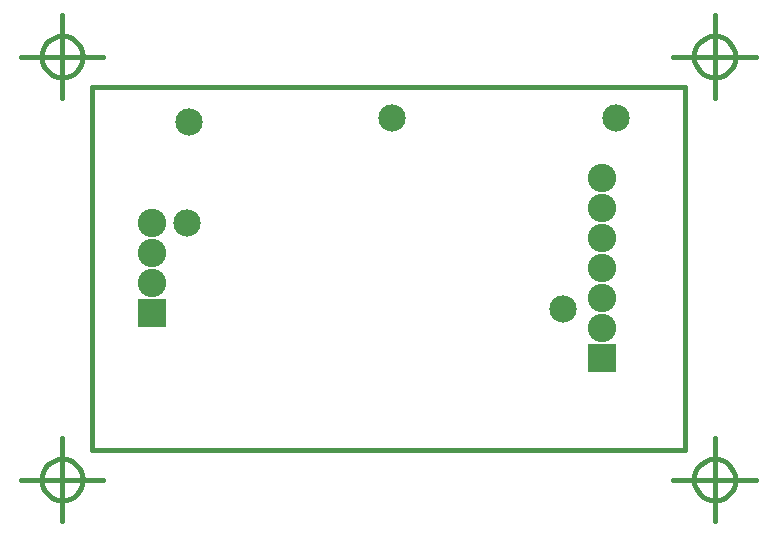
<source format=gbs>
G04 (created by PCBNEW-RS274X (2010-03-14)-final) date mar 08 nov 2011 08:15:05 ART*
G01*
G70*
G90*
%MOIN*%
G04 Gerber Fmt 3.4, Leading zero omitted, Abs format*
%FSLAX34Y34*%
G04 APERTURE LIST*
%ADD10C,0.000100*%
%ADD11C,0.015000*%
%ADD12R,0.095000X0.095000*%
%ADD13C,0.095000*%
%ADD14C,0.090900*%
G04 APERTURE END LIST*
G54D10*
G54D11*
X32789Y-10150D02*
X32775Y-10283D01*
X32737Y-10412D01*
X32673Y-10531D01*
X32588Y-10635D01*
X32485Y-10721D01*
X32366Y-10785D01*
X32238Y-10824D01*
X32104Y-10838D01*
X31971Y-10826D01*
X31842Y-10788D01*
X31723Y-10726D01*
X31618Y-10642D01*
X31532Y-10539D01*
X31467Y-10421D01*
X31427Y-10293D01*
X31412Y-10159D01*
X31423Y-10026D01*
X31460Y-09897D01*
X31521Y-09777D01*
X31605Y-09672D01*
X31707Y-09585D01*
X31825Y-09519D01*
X31953Y-09478D01*
X32086Y-09462D01*
X32219Y-09472D01*
X32349Y-09508D01*
X32469Y-09569D01*
X32575Y-09652D01*
X32663Y-09753D01*
X32729Y-09870D01*
X32771Y-09998D01*
X32788Y-10131D01*
X32789Y-10150D01*
X30722Y-10150D02*
X33478Y-10150D01*
X32100Y-08772D02*
X32100Y-11528D01*
X32789Y-24250D02*
X32775Y-24383D01*
X32737Y-24512D01*
X32673Y-24631D01*
X32588Y-24735D01*
X32485Y-24821D01*
X32366Y-24885D01*
X32238Y-24924D01*
X32104Y-24938D01*
X31971Y-24926D01*
X31842Y-24888D01*
X31723Y-24826D01*
X31618Y-24742D01*
X31532Y-24639D01*
X31467Y-24521D01*
X31427Y-24393D01*
X31412Y-24259D01*
X31423Y-24126D01*
X31460Y-23997D01*
X31521Y-23877D01*
X31605Y-23772D01*
X31707Y-23685D01*
X31825Y-23619D01*
X31953Y-23578D01*
X32086Y-23562D01*
X32219Y-23572D01*
X32349Y-23608D01*
X32469Y-23669D01*
X32575Y-23752D01*
X32663Y-23853D01*
X32729Y-23970D01*
X32771Y-24098D01*
X32788Y-24231D01*
X32789Y-24250D01*
X30722Y-24250D02*
X33478Y-24250D01*
X32100Y-22872D02*
X32100Y-25628D01*
X54539Y-24250D02*
X54525Y-24383D01*
X54487Y-24512D01*
X54423Y-24631D01*
X54338Y-24735D01*
X54235Y-24821D01*
X54116Y-24885D01*
X53988Y-24924D01*
X53854Y-24938D01*
X53721Y-24926D01*
X53592Y-24888D01*
X53473Y-24826D01*
X53368Y-24742D01*
X53282Y-24639D01*
X53217Y-24521D01*
X53177Y-24393D01*
X53162Y-24259D01*
X53173Y-24126D01*
X53210Y-23997D01*
X53271Y-23877D01*
X53355Y-23772D01*
X53457Y-23685D01*
X53575Y-23619D01*
X53703Y-23578D01*
X53836Y-23562D01*
X53969Y-23572D01*
X54099Y-23608D01*
X54219Y-23669D01*
X54325Y-23752D01*
X54413Y-23853D01*
X54479Y-23970D01*
X54521Y-24098D01*
X54538Y-24231D01*
X54539Y-24250D01*
X52472Y-24250D02*
X55228Y-24250D01*
X53850Y-22872D02*
X53850Y-25628D01*
X54539Y-10150D02*
X54525Y-10283D01*
X54487Y-10412D01*
X54423Y-10531D01*
X54338Y-10635D01*
X54235Y-10721D01*
X54116Y-10785D01*
X53988Y-10824D01*
X53854Y-10838D01*
X53721Y-10826D01*
X53592Y-10788D01*
X53473Y-10726D01*
X53368Y-10642D01*
X53282Y-10539D01*
X53217Y-10421D01*
X53177Y-10293D01*
X53162Y-10159D01*
X53173Y-10026D01*
X53210Y-09897D01*
X53271Y-09777D01*
X53355Y-09672D01*
X53457Y-09585D01*
X53575Y-09519D01*
X53703Y-09478D01*
X53836Y-09462D01*
X53969Y-09472D01*
X54099Y-09508D01*
X54219Y-09569D01*
X54325Y-09652D01*
X54413Y-09753D01*
X54479Y-09870D01*
X54521Y-09998D01*
X54538Y-10131D01*
X54539Y-10150D01*
X52472Y-10150D02*
X55228Y-10150D01*
X53850Y-08772D02*
X53850Y-11528D01*
X52850Y-23250D02*
X33100Y-23250D01*
X33100Y-11150D02*
X52850Y-11150D01*
X33100Y-23250D02*
X33100Y-11150D01*
X52850Y-11150D02*
X52850Y-23250D01*
G54D12*
X50100Y-20200D03*
G54D13*
X50100Y-19200D03*
X50100Y-18200D03*
X50100Y-17200D03*
X50100Y-16200D03*
X50100Y-15200D03*
X50100Y-14200D03*
G54D12*
X35100Y-18700D03*
G54D13*
X35100Y-17700D03*
X35100Y-16700D03*
X35100Y-15700D03*
G54D14*
X48800Y-18550D03*
X50550Y-12200D03*
X36250Y-15700D03*
X43100Y-12200D03*
X36325Y-12325D03*
M02*

</source>
